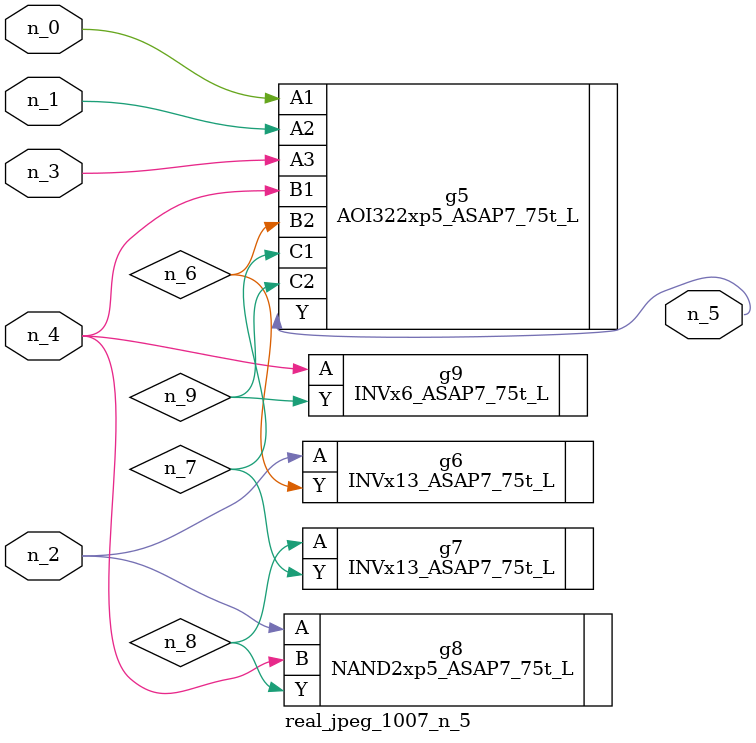
<source format=v>
module real_jpeg_1007_n_5 (n_4, n_0, n_1, n_2, n_3, n_5);

input n_4;
input n_0;
input n_1;
input n_2;
input n_3;

output n_5;

wire n_8;
wire n_6;
wire n_7;
wire n_9;

AOI322xp5_ASAP7_75t_L g5 ( 
.A1(n_0),
.A2(n_1),
.A3(n_3),
.B1(n_4),
.B2(n_6),
.C1(n_7),
.C2(n_9),
.Y(n_5)
);

INVx13_ASAP7_75t_L g6 ( 
.A(n_2),
.Y(n_6)
);

NAND2xp5_ASAP7_75t_L g8 ( 
.A(n_2),
.B(n_4),
.Y(n_8)
);

INVx6_ASAP7_75t_L g9 ( 
.A(n_4),
.Y(n_9)
);

INVx13_ASAP7_75t_L g7 ( 
.A(n_8),
.Y(n_7)
);


endmodule
</source>
